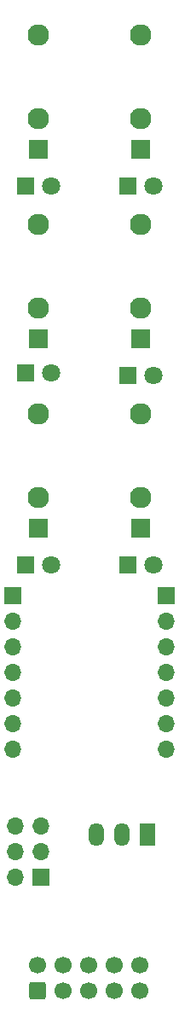
<source format=gbs>
G04 #@! TF.GenerationSoftware,KiCad,Pcbnew,(6.0.0)*
G04 #@! TF.CreationDate,2022-06-27T08:37:14-07:00*
G04 #@! TF.ProjectId,sen,73656e2e-6b69-4636-9164-5f7063625858,rev?*
G04 #@! TF.SameCoordinates,Original*
G04 #@! TF.FileFunction,Soldermask,Bot*
G04 #@! TF.FilePolarity,Negative*
%FSLAX46Y46*%
G04 Gerber Fmt 4.6, Leading zero omitted, Abs format (unit mm)*
G04 Created by KiCad (PCBNEW (6.0.0)) date 2022-06-27 08:37:14*
%MOMM*%
%LPD*%
G01*
G04 APERTURE LIST*
G04 Aperture macros list*
%AMRoundRect*
0 Rectangle with rounded corners*
0 $1 Rounding radius*
0 $2 $3 $4 $5 $6 $7 $8 $9 X,Y pos of 4 corners*
0 Add a 4 corners polygon primitive as box body*
4,1,4,$2,$3,$4,$5,$6,$7,$8,$9,$2,$3,0*
0 Add four circle primitives for the rounded corners*
1,1,$1+$1,$2,$3*
1,1,$1+$1,$4,$5*
1,1,$1+$1,$6,$7*
1,1,$1+$1,$8,$9*
0 Add four rect primitives between the rounded corners*
20,1,$1+$1,$2,$3,$4,$5,0*
20,1,$1+$1,$4,$5,$6,$7,0*
20,1,$1+$1,$6,$7,$8,$9,0*
20,1,$1+$1,$8,$9,$2,$3,0*%
G04 Aperture macros list end*
%ADD10R,1.800000X1.800000*%
%ADD11C,1.800000*%
%ADD12R,1.930000X1.830000*%
%ADD13C,2.130000*%
%ADD14R,1.700000X1.700000*%
%ADD15O,1.700000X1.700000*%
%ADD16R,1.500000X2.300000*%
%ADD17O,1.500000X2.300000*%
%ADD18RoundRect,0.250000X0.600000X-0.600000X0.600000X0.600000X-0.600000X0.600000X-0.600000X-0.600000X0*%
%ADD19C,1.700000*%
G04 APERTURE END LIST*
D10*
X147159048Y-93472000D03*
D11*
X149699048Y-93472000D03*
D12*
X158594048Y-71058000D03*
D13*
X158594048Y-59658000D03*
X158594048Y-67958000D03*
D12*
X148434048Y-52262000D03*
D13*
X148434048Y-40862000D03*
X148434048Y-49162000D03*
D10*
X147159048Y-74422000D03*
D11*
X149699048Y-74422000D03*
D12*
X148434048Y-89854000D03*
D13*
X148434048Y-78454000D03*
X148434048Y-86754000D03*
D10*
X147159048Y-55880000D03*
D11*
X149699048Y-55880000D03*
D12*
X148434048Y-71058000D03*
D13*
X148434048Y-59658000D03*
X148434048Y-67958000D03*
D12*
X158594048Y-52262000D03*
D13*
X158594048Y-40862000D03*
X158594048Y-49162000D03*
D10*
X157319048Y-55880000D03*
D11*
X159859048Y-55880000D03*
D12*
X158594048Y-89854000D03*
D13*
X158594048Y-78454000D03*
X158594048Y-86754000D03*
D10*
X157319048Y-93472000D03*
D11*
X159859048Y-93472000D03*
D10*
X157319048Y-74676000D03*
D11*
X159859048Y-74676000D03*
D14*
X161134048Y-96520000D03*
D15*
X161134048Y-99060000D03*
X161134048Y-101600000D03*
X161134048Y-104140000D03*
X161134048Y-106680000D03*
X161134048Y-109220000D03*
X161134048Y-111760000D03*
D16*
X159263048Y-120220500D03*
D17*
X156723048Y-120220500D03*
X154183048Y-120220500D03*
D14*
X145894048Y-96520000D03*
D15*
X145894048Y-99060000D03*
X145894048Y-101600000D03*
X145894048Y-104140000D03*
X145894048Y-106680000D03*
X145894048Y-109220000D03*
X145894048Y-111760000D03*
D18*
X148307048Y-135753500D03*
D19*
X148307048Y-133213500D03*
X150847048Y-135753500D03*
X150847048Y-133213500D03*
X153387048Y-135753500D03*
X153387048Y-133213500D03*
X155927048Y-135753500D03*
X155927048Y-133213500D03*
X158467048Y-135753500D03*
X158467048Y-133213500D03*
D14*
X148693048Y-124445000D03*
D15*
X146153048Y-124445000D03*
X148693048Y-121905000D03*
X146153048Y-121905000D03*
X148693048Y-119365000D03*
X146153048Y-119365000D03*
M02*

</source>
